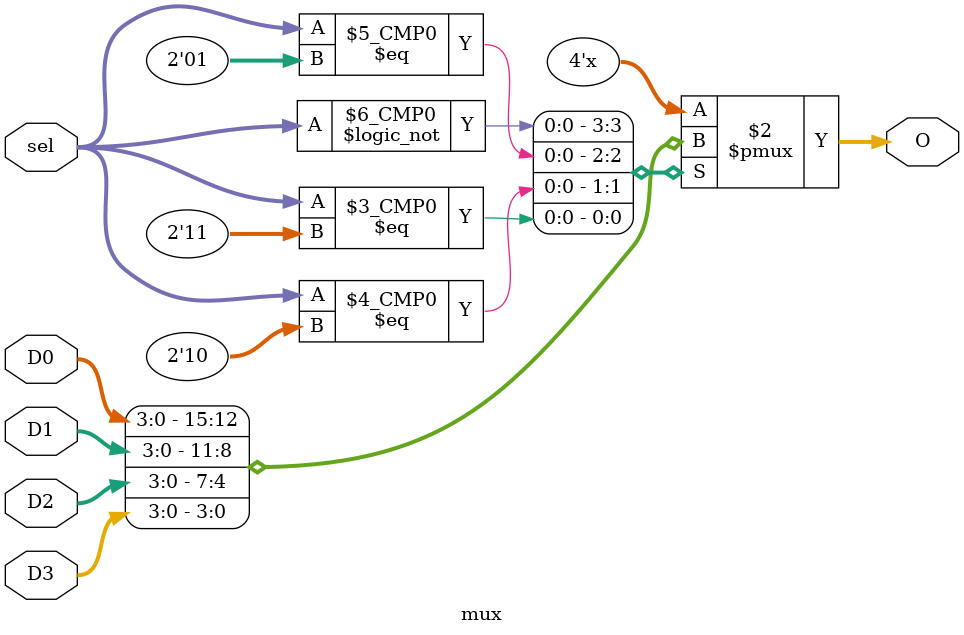
<source format=v>
`timescale 1ns / 1ps


module mux(
    input [3:0]D0, D1, D2, D3,
    input [1:0]sel,
    output reg [3:0]O
    );
    
always @(sel) begin
    case(sel)
    2'b00: O <= D0;
    2'b01: O <= D1;
    2'b10: O <= D2;
    2'b11: O <= D3;
    default: O<= 4'b0000;
    endcase

end
endmodule

</source>
